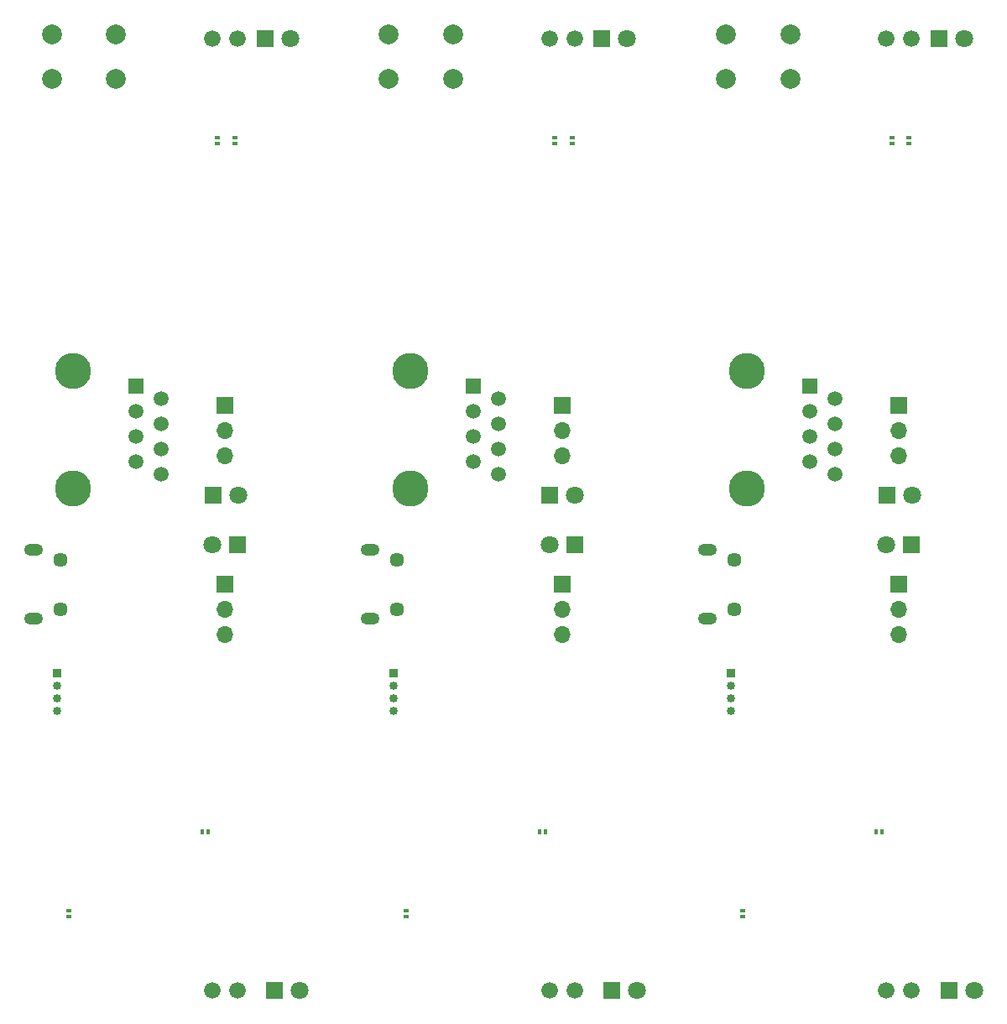
<source format=gbs>
%MOIN*%
%OFA0B0*%
%FSLAX46Y46*%
%IPPOS*%
%LPD*%
%ADD10C,0.0039370078740157488*%
%ADD11C,0.057086614173228349*%
%ADD12O,0.074803149606299218X0.047244094488188976*%
%ADD13R,0.033464566929133861X0.033464566929133861*%
%ADD14C,0.033464566929133861*%
%ADD15C,0.1437007874015748*%
%ADD16R,0.059055118110236227X0.059055118110236227*%
%ADD17C,0.059055118110236227*%
%ADD18C,0.07874015748031496*%
%ADD19C,0.066*%
%ADD20R,0.070866141732283464X0.070866141732283464*%
%ADD21C,0.070866141732283464*%
%ADD22R,0.015748031496062995X0.023622047244094488*%
%ADD23R,0.023622047244094488X0.015748031496062995*%
%ADD24R,0.066929133858267723X0.066929133858267723*%
%ADD25O,0.066929133858267723X0.066929133858267723*%
%ADD36C,0.0039370078740157488*%
%ADD37C,0.057086614173228349*%
%ADD38O,0.074803149606299218X0.047244094488188976*%
%ADD39R,0.033464566929133861X0.033464566929133861*%
%ADD40C,0.033464566929133861*%
%ADD41C,0.1437007874015748*%
%ADD42R,0.059055118110236227X0.059055118110236227*%
%ADD43C,0.059055118110236227*%
%ADD44C,0.07874015748031496*%
%ADD45C,0.066*%
%ADD46R,0.070866141732283464X0.070866141732283464*%
%ADD47C,0.070866141732283464*%
%ADD48R,0.015748031496062995X0.023622047244094488*%
%ADD49R,0.023622047244094488X0.015748031496062995*%
%ADD50R,0.066929133858267723X0.066929133858267723*%
%ADD51O,0.066929133858267723X0.066929133858267723*%
%ADD52C,0.0039370078740157488*%
%ADD53C,0.057086614173228349*%
%ADD54O,0.074803149606299218X0.047244094488188976*%
%ADD55R,0.033464566929133861X0.033464566929133861*%
%ADD56C,0.033464566929133861*%
%ADD57C,0.1437007874015748*%
%ADD58R,0.059055118110236227X0.059055118110236227*%
%ADD59C,0.059055118110236227*%
%ADD60C,0.07874015748031496*%
%ADD61C,0.066*%
%ADD62R,0.070866141732283464X0.070866141732283464*%
%ADD63C,0.070866141732283464*%
%ADD64R,0.015748031496062995X0.023622047244094488*%
%ADD65R,0.023622047244094488X0.015748031496062995*%
%ADD66R,0.066929133858267723X0.066929133858267723*%
%ADD67O,0.066929133858267723X0.066929133858267723*%
G01*
D10*
D11*
X-0001585590Y0005362952D02*
X0000171259Y0001791338D03*
X0000171259Y0001594487D03*
D12*
X0000064960Y0001830708D03*
X0000064960Y0001555117D03*
D13*
X0000157480Y0001338582D03*
D14*
X0000157480Y0001289369D03*
X0000157480Y0001240157D03*
X0000157480Y0001190944D03*
D15*
X0000222440Y0002071653D03*
X0000222440Y0002538976D03*
D16*
X0000472440Y0002480314D03*
D17*
X0000572440Y0002430314D03*
X0000472440Y0002380314D03*
X0000572440Y0002330314D03*
X0000472440Y0002280314D03*
X0000572440Y0002230314D03*
X0000472440Y0002180314D03*
X0000572440Y0002130314D03*
D18*
X0000393700Y0003700787D03*
X0000393700Y0003877952D03*
X0000137795Y0003700787D03*
X0000137795Y0003877952D03*
D19*
X0000776771Y0000078739D03*
X0000876771Y0000078739D03*
X0000876771Y0003858267D03*
X0000776771Y0003858267D03*
D20*
X0000875984Y0001850393D03*
D21*
X0000775984Y0001850393D03*
D20*
X0000777559Y0002047243D03*
D21*
X0000877559Y0002047243D03*
D20*
X0000984252Y0003858267D03*
D21*
X0001084252Y0003858267D03*
D20*
X0001023622Y0000078739D03*
D21*
X0001123622Y0000078739D03*
D22*
X0000736220Y0000708661D03*
X0000759842Y0000708661D03*
D23*
X0000797244Y0003466535D03*
X0000797244Y0003442913D03*
X0000206692Y0000372047D03*
X0000206692Y0000395669D03*
X0000866141Y0003466535D03*
X0000866141Y0003442913D03*
D24*
X0000826771Y0001692913D03*
D25*
X0000826771Y0001592913D03*
X0000826771Y0001492913D03*
D24*
X0000826771Y0002401574D03*
D25*
X0000826771Y0002301574D03*
X0000826771Y0002201574D03*
G04 next file*
G04 #@! TF.FileFunction,Soldermask,Bot*
G04 Gerber Fmt 4.6, Leading zero omitted, Abs format (unit mm)*
G04 Created by KiCad (PCBNEW 4.0.6) date 06/30/20 08:24:00*
G01*
G04 APERTURE LIST*
G04 APERTURE END LIST*
D36*
D37*
X-0000247007Y0005362952D02*
X0001509842Y0001791338D03*
X0001509842Y0001594487D03*
D38*
X0001403543Y0001830708D03*
X0001403543Y0001555117D03*
D39*
X0001496062Y0001338582D03*
D40*
X0001496062Y0001289369D03*
X0001496062Y0001240157D03*
X0001496062Y0001190944D03*
D41*
X0001561023Y0002071653D03*
X0001561023Y0002538976D03*
D42*
X0001811023Y0002480314D03*
D43*
X0001911023Y0002430314D03*
X0001811023Y0002380314D03*
X0001911023Y0002330314D03*
X0001811023Y0002280314D03*
X0001911023Y0002230314D03*
X0001811023Y0002180314D03*
X0001911023Y0002130314D03*
D44*
X0001732283Y0003700787D03*
X0001732283Y0003877952D03*
X0001476377Y0003700787D03*
X0001476377Y0003877952D03*
D45*
X0002115354Y0000078739D03*
X0002215354Y0000078739D03*
X0002215354Y0003858267D03*
X0002115354Y0003858267D03*
D46*
X0002214566Y0001850393D03*
D47*
X0002114566Y0001850393D03*
D46*
X0002116141Y0002047243D03*
D47*
X0002216141Y0002047243D03*
D46*
X0002322834Y0003858267D03*
D47*
X0002422834Y0003858267D03*
D46*
X0002362204Y0000078739D03*
D47*
X0002462204Y0000078739D03*
D48*
X0002074803Y0000708661D03*
X0002098425Y0000708661D03*
D49*
X0002135826Y0003466535D03*
X0002135826Y0003442913D03*
X0001545275Y0000372047D03*
X0001545275Y0000395669D03*
X0002204724Y0003466535D03*
X0002204724Y0003442913D03*
D50*
X0002165354Y0001692913D03*
D51*
X0002165354Y0001592913D03*
X0002165354Y0001492913D03*
D50*
X0002165354Y0002401574D03*
D51*
X0002165354Y0002301574D03*
X0002165354Y0002201574D03*
G04 next file*
G04 #@! TF.FileFunction,Soldermask,Bot*
G04 Gerber Fmt 4.6, Leading zero omitted, Abs format (unit mm)*
G04 Created by KiCad (PCBNEW 4.0.6) date 06/30/20 08:24:00*
G01*
G04 APERTURE LIST*
G04 APERTURE END LIST*
D52*
D53*
X0001091574Y0005362952D02*
X0002848425Y0001791338D03*
X0002848425Y0001594487D03*
D54*
X0002742125Y0001830708D03*
X0002742125Y0001555117D03*
D55*
X0002834645Y0001338582D03*
D56*
X0002834645Y0001289369D03*
X0002834645Y0001240157D03*
X0002834645Y0001190944D03*
D57*
X0002899606Y0002071653D03*
X0002899606Y0002538976D03*
D58*
X0003149606Y0002480314D03*
D59*
X0003249606Y0002430314D03*
X0003149606Y0002380314D03*
X0003249606Y0002330314D03*
X0003149606Y0002280314D03*
X0003249606Y0002230314D03*
X0003149606Y0002180314D03*
X0003249606Y0002130314D03*
D60*
X0003070866Y0003700787D03*
X0003070866Y0003877952D03*
X0002814960Y0003700787D03*
X0002814960Y0003877952D03*
D61*
X0003453936Y0000078739D03*
X0003553936Y0000078739D03*
X0003553936Y0003858267D03*
X0003453936Y0003858267D03*
D62*
X0003553149Y0001850393D03*
D63*
X0003453149Y0001850393D03*
D62*
X0003454724Y0002047243D03*
D63*
X0003554724Y0002047243D03*
D62*
X0003661417Y0003858267D03*
D63*
X0003761417Y0003858267D03*
D62*
X0003700787Y0000078739D03*
D63*
X0003800787Y0000078739D03*
D64*
X0003413385Y0000708661D03*
X0003437007Y0000708661D03*
D65*
X0003474409Y0003466535D03*
X0003474409Y0003442913D03*
X0002883858Y0000372047D03*
X0002883858Y0000395669D03*
X0003543307Y0003466535D03*
X0003543307Y0003442913D03*
D66*
X0003503936Y0001692913D03*
D67*
X0003503936Y0001592913D03*
X0003503936Y0001492913D03*
D66*
X0003503936Y0002401574D03*
D67*
X0003503936Y0002301574D03*
X0003503936Y0002201574D03*
M02*
</source>
